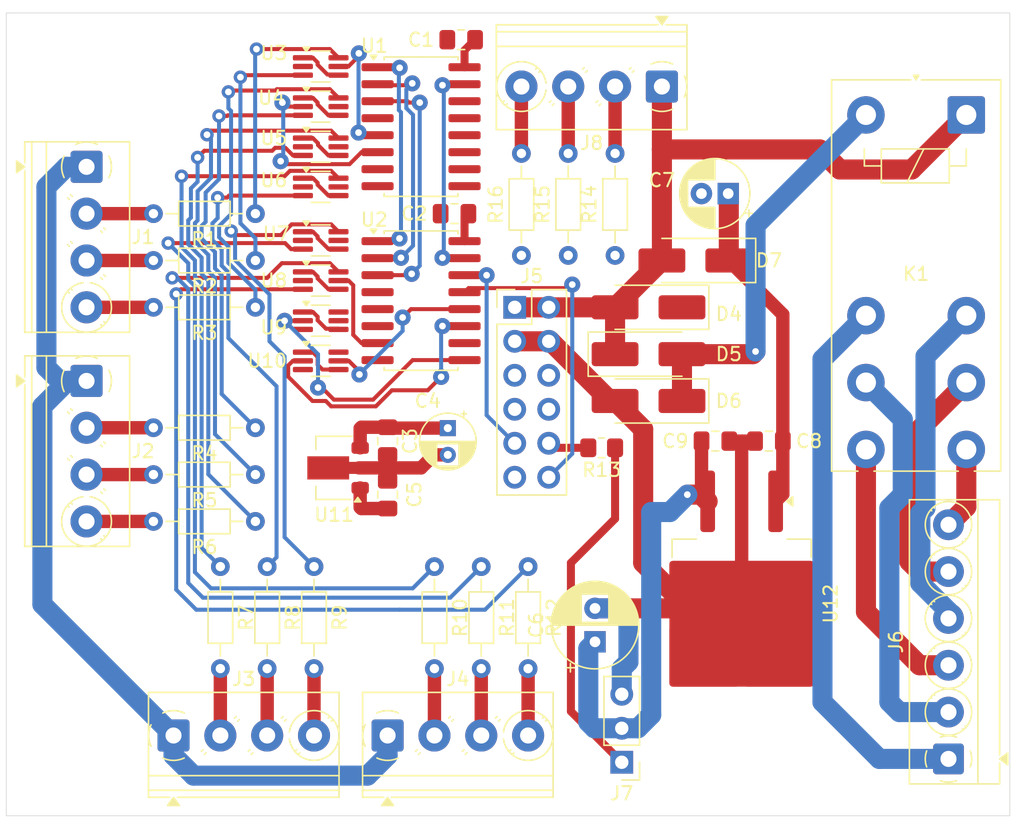
<source format=kicad_pcb>
(kicad_pcb (version 20241229) (generator "pcbnew") (generator_version "9.0")
  (title_block (title "Serial Model Railroad Control") (date "2025-03-24") (rev "n/c") (company "DMFE") (comment 1 "Switch Machine and Signals"))
  (layers (0 "F.Cu" signal) (2 "B.Cu" signal) (13 "F.Paste" user) (15 "B.Paste" user) (5 "F.SilkS" user "F.Silkscreen") (7 "B.SilkS" user "B.Silkscreen") (1 "F.Mask" user) (3 "B.Mask" user) (25 "Edge.Cuts" user))
  (net 0 "")
  (net 1 "GND")
  (net 2 "+5V")
  (net 3 "Net-(D4-K)")
  (net 4 "+6V")
  (net 5 "Net-(D7-K)")
  (net 6 "+12V")
  (net 7 "K1")
  (net 8 "Net-(J1-Pin_2)")
  (net 9 "Net-(J1-Pin_3)")
  (net 10 "Net-(J1-Pin_4)")
  (net 11 "Net-(J2-Pin_2)")
  (net 12 "Net-(J2-Pin_4)")
  (net 13 "Net-(J2-Pin_3)")
  (net 14 "Net-(J3-Pin_4)")
  (net 15 "Net-(J3-Pin_3)")
  (net 16 "Net-(J3-Pin_2)")
  (net 17 "Net-(J4-Pin_2)")
  (net 18 "Net-(J4-Pin_3)")
  (net 19 "Net-(J4-Pin_4)")
  (net 20 "Net-(J5-Pin_9)")
  (net 21 "Servo")
  (net 22 "Net-(J5-Pin_5)")
  (net 23 "Net-(J5-Pin_11)")
  (net 24 "Net-(J5-Pin_8)")
  (net 25 "Net-(J5-Pin_12)")
  (net 26 "Net-(J5-Pin_6)")
  (net 27 "Net-(J5-Pin_7)")
  (net 28 "1C")
  (net 29 "2C")
  (net 30 "1R")
  (net 31 "2N")
  (net 32 "1N")
  (net 33 "2R")
  (net 34 "Net-(J7-Pin_1)")
  (net 35 "Net-(J8-Pin_3)")
  (net 36 "Net-(J8-Pin_4)")
  (net 37 "Net-(J8-Pin_2)")
  (net 38 "Net-(U3-D1)")
  (net 39 "Net-(U3-D2)")
  (net 40 "Net-(U4-D1)")
  (net 41 "Net-(U4-D2)")
  (net 42 "Net-(U5-D1)")
  (net 43 "Net-(U5-D2)")
  (net 44 "Net-(U6-D1)")
  (net 45 "Net-(U6-D2)")
  (net 46 "Net-(U7-D1)")
  (net 47 "Net-(U7-D2)")
  (net 48 "Net-(U8-D1)")
  (net 49 "Net-(U8-D2)")
  (net 50 "Net-(U9-D1)")
  (net 51 "Net-(U9-D2)")
  (net 52 "Net-(U10-D1)")
  (net 53 "Net-(U1-Q1)")
  (net 54 "Net-(U1-Q6)")
  (net 55 "Net-(U1-Q0)")
  (net 56 "Net-(U1-Q7)")
  (net 57 "Net-(U1-Q2)")
  (net 58 "Net-(U1-Q3)")
  (net 59 "Net-(U1-Q5)")
  (net 60 "Net-(U1-Q4)")
  (net 61 "Net-(U2-Q0)")
  (net 62 "Net-(U2-Q5)")
  (net 63 "Net-(U10-G1)")
  (net 64 "Net-(U10-G2)")
  (net 65 "Net-(U2-Q4)")
  (net 66 "Net-(U2-Q3)")
  (net 67 "Net-(U2-Q1)")
  (net 68 "Net-(U2-Q2)")
  (footprint "Connector_PinHeader_2.54mm:PinHeader_2x06_P2.54mm_Vertical" (layer "F.Cu") (at 143 67)
    (property "Reference" "J5")
    (property "Value" "Conn_02x06_Odd_Even")
  )
  (footprint "Connector_PinHeader_2.54mm:PinHeader_1x03_P2.54mm_Vertical" (layer "F.Cu") (at 151 101 180)
    (property "Reference" "J7")
    (property "Value" "Conn_01x03")
  )
  (footprint "Capacitor_SMD:C_0805_2012Metric_Pad1.18x1.45mm_HandSolder" (layer "F.Cu") (at 158 77)
    (property "Reference" "C9")
    (property "Value" ".1uF")
  )
  (footprint "MountingHole:MountingHole_3.2mm_M3" (layer "F.Cu") (at 160 100)
    (property "Reference" "H2" (hide yes))
    (property "Value" "MountingHole")
  )
  (footprint "Resistor_THT:R_Axial_DIN0204_L3.6mm_D1.6mm_P7.62mm_Horizontal" (layer "F.Cu") (at 123.62 67 180)
    (property "Reference" "R3")
    (property "Value" "1K0")
  )
  (footprint "MountingHole:MountingHole_3.2mm_M3" (layer "F.Cu") (at 160 50)
    (property "Reference" "H3" (hide yes))
    (property "Value" "MountingHole")
  )
  (footprint "Resistor_THT:R_Axial_DIN0204_L3.6mm_D1.6mm_P7.62mm_Horizontal" (layer "F.Cu") (at 147 63.12 90)
    (property "Reference" "R15")
    (property "Value" "1K0")
  )
  (footprint "Package_TO_SOT_SMD:TO-263-2" (layer "F.Cu") (at 159.96 89.15 -90)
    (property "Reference" "U12")
    (property "Value" "L7806")
  )
  (footprint "Package_SO:SOIC-16W_5.3x10.2mm_P1.27mm" (layer "F.Cu") (at 136 66.5)
    (property "Reference" "U2")
    (property "Value" "SN74HC259DR")
  )
  (footprint "Resistor_THT:R_Axial_DIN0204_L3.6mm_D1.6mm_P7.62mm_Horizontal" (layer "F.Cu") (at 123.62 79.5 180)
    (property "Reference" "R5")
    (property "Value" "1K0")
  )
  (footprint "Diode_SMD:D_SMA_Handsoldering" (layer "F.Cu") (at 153 70.5)
    (property "Reference" "D5")
    (property "Value" "SMA")
  )
  (footprint "TerminalBlock_Phoenix:TerminalBlock_Phoenix_PT-1,5-4-3.5-H_1x04_P3.50mm_Horizontal" (layer "F.Cu") (at 111 56.5 -90)
    (property "Reference" "J1")
    (property "Value" "Conn_01x04")
  )
  (footprint "Relay_THT:Relay_DPDT_Finder_40.52" (layer "F.Cu") (at 176.75 52.622206 -90)
    (property "Reference" "K1")
    (property "Value" "J114AF")
  )
  (footprint "Resistor_THT:R_Axial_DIN0204_L3.6mm_D1.6mm_P7.62mm_Horizontal" (layer "F.Cu") (at 137 86.38 -90)
    (property "Reference" "R10")
    (property "Value" "1K0")
  )
  (footprint "Capacitor_SMD:C_0805_2012Metric_Pad1.18x1.45mm_HandSolder" (layer "F.Cu") (at 133.5 81 90)
    (property "Reference" "C5")
    (property "Value" "0.1uf")
  )
  (footprint "Package_TO_SOT_SMD:SOT-363_SC-70-6_Handsoldering" (layer "F.Cu") (at 128.5 71)
    (property "Reference" "U10")
    (property "Value" "SSM6N7002CFU")
  )
  (footprint "Diode_SMD:D_SMA_Handsoldering" (layer "F.Cu") (at 153 74 180)
    (property "Reference" "D6")
    (property "Value" "SMA")
  )
  (footprint "Resistor_THT:R_Axial_DIN0204_L3.6mm_D1.6mm_P7.62mm_Horizontal" (layer "F.Cu") (at 143.5 63.12 90)
    (property "Reference" "R16")
    (property "Value" "1K0")
  )
  (footprint "Package_TO_SOT_SMD:SOT-363_SC-70-6_Handsoldering" (layer "F.Cu") (at 128.5 65)
    (property "Reference" "U8")
    (property "Value" "SSM6N7002CFU")
  )
  (footprint "Capacitor_SMD:C_0805_2012Metric_Pad1.18x1.45mm_HandSolder" (layer "F.Cu") (at 162 77 180)
    (property "Reference" "C8")
    (property "Value" ".1uF")
  )
  (footprint "Capacitor_SMD:C_0805_2012Metric_Pad1.18x1.45mm_HandSolder" (layer "F.Cu") (at 138.5 60 180)
    (property "Reference" "C2")
    (property "Value" "0.1uf")
  )
  (footprint "Package_TO_SOT_SMD:SOT-363_SC-70-6_Handsoldering" (layer "F.Cu") (at 128.5 68)
    (property "Reference" "U9")
    (property "Value" "SSM6N7002CFU")
  )
  (footprint "Resistor_THT:R_Axial_DIN0204_L3.6mm_D1.6mm_P7.62mm_Horizontal" (layer "F.Cu") (at 123.62 60 180)
    (property "Reference" "R1")
    (property "Value" "1K0")
  )
  (footprint "Diode_SMD:D_SMA_Handsoldering" (layer "F.Cu") (at 156.5 63.5 180)
    (property "Reference" "D7")
    (property "Value" "SMA")
  )
  (footprint "Package_SO:SOIC-16W_5.3x10.2mm_P1.27mm" (layer "F.Cu") (at 136 53.5)
    (property "Reference" "U1")
    (property "Value" "SN74HC259DR")
  )
  (footprint "Package_TO_SOT_SMD:SOT-89-3" (layer "F.Cu") (at 129.5 79 180)
    (property "Reference" "U11")
    (property "Value" "L78L05_SOT89")
  )
  (footprint "Resistor_THT:R_Axial_DIN0204_L3.6mm_D1.6mm_P7.62mm_Horizontal" (layer "F.Cu") (at 123.62 76 180)
    (property "Reference" "R4")
    (property "Value" "1K0")
  )
  (footprint "Package_TO_SOT_SMD:SOT-363_SC-70-6_Handsoldering" (layer "F.Cu") (at 128.5 58)
    (property "Reference" "U6")
    (property "Value" "SSM6N7002CFU")
  )
  (footprint "MountingHole:MountingHole_3.2mm_M3" (layer "F.Cu") (at 110 50)
    (property "Reference" "H4" (hide yes))
    (property "Value" "MountingHole")
  )
  (footprint "Resistor_SMD:R_0805_2012Metric_Pad1.20x1.40mm_HandSolder" (layer "F.Cu") (at 149.5 77.5 180)
    (property "Reference" "R13")
    (property "Value" "220")
  )
  (footprint "Resistor_THT:R_Axial_DIN0204_L3.6mm_D1.6mm_P7.62mm_Horizontal" (layer "F.Cu") (at 123.62 63.5 180)
    (property "Reference" "R2")
    (property "Value" "1K0")
  )
  (footprint "Diode_SMD:D_SMA_Handsoldering" (layer "F.Cu") (at 153 67 180)
    (property "Reference" "D4")
    (property "Value" "SMA")
  )
  (footprint "TerminalBlock_MetzConnect:TerminalBlock_MetzConnect_Type059_RT06306HBWC_1x06_P3.50mm_Horizontal" (layer "F.Cu") (at 175.4175 100.75 90)
    (property "Reference" "J6")
    (property "Value" "Conn_01x06")
  )
  (footprint "Resistor_THT:R_Axial_DIN0204_L3.6mm_D1.6mm_P7.62mm_Horizontal" (layer "F.Cu") (at 124.5 86.38 -90)
    (property "Reference" "R8")
    (property "Value" "1K0")
  )
  (footprint "Resistor_THT:R_Axial_DIN0204_L3.6mm_D1.6mm_P7.62mm_Horizontal" (layer "F.Cu") (at 144 86.38 -90)
    (property "Reference" "R12")
    (property "Value" "1K0")
  )
  (footprint "Package_TO_SOT_SMD:SOT-363_SC-70-6_Handsoldering" (layer "F.Cu") (at 128.5 52)
    (property "Reference" "U4")
    (property "Value" "SSM6N7002CFU")
  )
  (footprint "Capacitor_SMD:C_0805_2012Metric_Pad1.18x1.45mm_HandSolder" (layer "F.Cu") (at 133.5 77 -90)
    (property "Reference" "C3")
    (property "Value" "0.1uf")
  )
  (footprint "TerminalBlock_Phoenix:TerminalBlock_Phoenix_PT-1,5-4-3.5-H_1x04_P3.50mm_Horizontal" (layer "F.Cu") (at 154 50.5 180)
    (property "Reference" "J8")
    (property "Value" "Conn_01x04")
  )
  (footprint "Resistor_THT:R_Axial_DIN0204_L3.6mm_D1.6mm_P7.62mm_Horizontal" (layer "F.Cu") (at 150.5 63.12 90)
    (property "Reference" "R14")
    (property "Value" "1K0")
  )
  (footprint "Resistor_THT:R_Axial_DIN0204_L3.6mm_D1.6mm_P7.62mm_Horizontal" (layer "F.Cu") (at 128 86.38 -90)
    (property "Reference" "R9")
    (property "Value" "1K0")
  )
  (footprint "Capacitor_THT:CP_Radial_D5.0mm_P2.00mm" (layer "F.Cu") (at 158.955113 58.5 180)
    (property "Reference" "C7")
    (property "Value" "33uF")
  )
  (footprint "Resistor_THT:R_Axial_DIN0204_L3.6mm_D1.6mm_P7.62mm_Horizontal" (layer "F.Cu") (at 123.62 83 180)
    (property "Reference" "R6")
    (property "Value" "1K0")
  )
  (footprint "Capacitor_THT:CP_Radial_D4.0mm_P2.00mm" (layer "F.Cu") (at 138 76.027401 -90)
    (property "Reference" "C4")
    (property "Value" "10uf")
  )
  (footprint "Package_TO_SOT_SMD:SOT-363_SC-70-6_Handsoldering" (layer "F.Cu") (at 128.5 49)
    (property "Reference" "U3")
    (property "Value" "SSM6N7002CFU")
  )
  (footprint "Resistor_THT:R_Axial_DIN0204_L3.6mm_D1.6mm_P7.62mm_Horizontal" (layer "F.Cu") (at 140.5 86.38 -90)
    (property "Reference" "R11")
    (property "Value" "1K0")
  )
  (footprint "Package_TO_SOT_SMD:SOT-363_SC-70-6_Handsoldering" (layer "F.Cu") (at 128.5 55)
    (property "Reference" "U5")
    (property "Value" "SSM6N7002CFU")
  )
  (footprint "TerminalBlock_Phoenix:TerminalBlock_Phoenix_PT-1,5-4-3.5-H_1x04_P3.50mm_Horizontal" (layer "F.Cu") (at 111 72.5 -90)
    (property "Reference" "J2")
    (property "Value" "Conn_01x04")
  )
  (footprint "TerminalBlock_Phoenix:TerminalBlock_Phoenix_PT-1,5-4-3.5-H_1x04_P3.50mm_Horizontal" (layer "F.Cu") (at 133.5 99)
    (property "Reference" "J4")
    (property "Value" "Conn_01x04")
  )
  (footprint "Capacitor_THT:CP_Radial_D6.3mm_P2.50mm" (layer "F.Cu") (at 149 92 90)
    (property "Reference" "C6")
    (property "Value" "220uF")
  )
  (footprint "TerminalBlock_Phoenix:TerminalBlock_Phoenix_PT-1,5-4-3.5-H_1x04_P3.50mm_Horizontal" (layer "F.Cu") (at 117.5 99)
    (property "Reference" "J3")
    (property "Value" "Conn_01x04")
  )
  (footprint "Package_TO_SOT_SMD:SOT-363_SC-70-6_Handsoldering" (layer "F.Cu") (at 128.5 62)
    (property "Reference" "U7")
    (property "Value" "SSM6N7002CFU")
  )
  (footprint "Capacitor_SMD:C_0805_2012Metric_Pad1.18x1.45mm_HandSolder" (layer "F.Cu") (at 139 47 180)
    (property "Reference" "C1")
    (property "Value" "0.1uf")
  )
  (footprint "Resistor_THT:R_Axial_DIN0204_L3.6mm_D1.6mm_P7.62mm_Horizontal" (layer "F.Cu") (at 121 86.38 -90)
    (property "Reference" "R7")
    (property "Value" "1K0")
  )
  (footprint "MountingHole:MountingHole_3.2mm_M3" (layer "F.Cu") (at 110 100)
    (property "Reference" "H1" (hide yes))
    (property "Value" "MountingHole")
  )
  (gr_rect (start 105 45) (end 180 105) (stroke (width 0.05)) (fill no) (layer "Edge.Cuts"))
  (segment (start 154.725 88.225) (end 157.185 88.225) (width 1.5) (layer "F.Cu") (net 1))
  (segment (start 127.919999 67.35) (end 127.17 67.35) (width 0.3) (layer "F.Cu") (net 1))
  (segment (start 129.83 68.63) (end 129.8 68.6) (width 0.3) (layer "F.Cu") (net 1))
  (segment (start 127.910582 54.35) (end 127.17 54.35) (width 0.3) (layer "F.Cu") (net 1))
  (segment (start 138 78.027401) (end 136.972599 78.027401) (width 1) (layer "F.Cu") (net 1))
  (segment (start 128.271 71.289582) (end 128.271 70.710418) (width 0.3) (layer "F.Cu") (net 1))
  (segment (start 127.919999 61.35) (end 127.17 61.35) (width 0.3) (layer "F.Cu") (net 1))
  (segment (start 128.271 48.871) (end 128.271 48.701001) (width 0.3) (layer "F.Cu") (net 1))
  (segment (start 129.83 49.65) (end 129.83 49.63) (width 0.3) (layer "F.Cu") (net 1))
  (segment (start 159.96 77.04) (end 159.96 90.65) (width 1) (layer "F.Cu") (net 1))
  (segment (start 129.83 62.65) (end 129.089418 62.65) (width 0.3) (layer "F.Cu") (net 1))
  (segment (start 127.919999 48.35) (end 127.17 48.35) (width 0.3) (layer "F.Cu") (net 1))
  (segment (start 129.83 49.63) (end 129.8 49.6) (width 0.3) (layer "F.Cu") (net 1))
  (segment (start 128.271 64.840999) (end 128.271 64.701001) (width 0.3) (layer "F.Cu") (net 1))
  (segment (start 128.271 57.701001) (end 127.919999 57.35) (width 0.3) (layer "F.Cu") (net 1))
  (segment (start 152.6 76.1) (end 152.6 86.1) (width 1.5) (layer "F.Cu") (net 1))
  (segment (start 128.271 67.971) (end 128.271 67.701001) (width 0.3) (layer "F.Cu") (net 1))
  (segment (start 149 89.5) (end 158.81 89.5) (width 1.5) (layer "F.Cu") (net 1))
  (segment (start 128.271 48.701001) (end 127.919999 48.35) (width 0.3) (layer "F.Cu") (net 1))
  (segment (start 128.271 51.701001) (end 127.919999 51.35) (width 0.3) (layer "F.Cu") (net 1))
  (segment (start 129.83 68.65) (end 129.83 68.63) (width 0.3) (layer "F.Cu") (net 1))
  (segment (start 128.271 61.701001) (end 127.919999 61.35) (width 0.3) (layer "F.Cu") (net 1))
  (segment (start 159.0375 77) (end 160 77) (width 1) (layer "F.Cu") (net 1))
  (segment (start 136.972599 78.027401) (end 136 79) (width 1) (layer "F.Cu") (net 1))
  (segment (start 133.5 78.0375) (end 133.5 79) (width 1) (layer "F.Cu") (net 1))
  (segment (start 129.8 68.6) (end 128.9 68.6) (width 0.3) (layer "F.Cu") (net 1))
  (segment (start 128.3 54.739418) (end 127.910582 54.35) (width 0.3) (layer "F.Cu") (net 1))
  (segment (start 128.271 67.701001) (end 127.919999 67.35) (width 0.3) (layer "F.Cu") (net 1))
  (segment (start 133.5 79) (end 133.5 79.9625) (width 1) (layer "F.Cu") (net 1))
  (segment (start 129.83 55.65) (end 129.080001 55.65) (width 0.3) (layer "F.Cu") (net 1))
  (segment (start 143 69.54) (end 145.54 69.54) (width 1.5) (layer "F.Cu") (net 1))
  (segment (start 128.271 70.710418) (end 127.910582 70.35) (width 0.3) (layer "F.Cu") (net 1))
  (segment (start 128.271 64.701001) (end 127.919999 64.35) (width 0.3) (layer "F.Cu") (net 1))
  (segment (start 128.271 61.831582) (end 128.271 61.701001) (width 0.3) (layer "F.Cu") (net 1))
  (segment (start 160 77) (end 159.96 77.04) (width 1) (layer "F.Cu") (net 1))
  (segment (start 136 79) (end 133.5 79) (width 1) (layer "F.Cu") (net 1))
  (segment (start 150.5 74) (end 150.144602 74) (width 1.5) (layer "F.Cu") (net 1))
  (segment (start 152.6 86.1) (end 154.725 88.225) (width 1.5) (layer "F.Cu") (net 1))
  (segment (start 128.271 51.840999) (end 128.271 51.701001) (width 0.3) (layer "F.Cu") (net 1))
  (segment (start 150.144602 74) (end 145.684602 69.54) (width 1.5) (layer "F.Cu") (net 1))
  (segment (start 160 77) (end 160.9625 77) (width 1) (layer "F.Cu") (net 1))
  (segment (start 128.9 68.6) (end 128.271 67.971) (width 0.3) (layer "F.Cu") (net 1))
  (segment (start 129 49.6) (end 128.271 48.871) (width 0.3) (layer "F.Cu") (net 1))
  (segment (start 127.919999 57.35) (end 127.17 57.35) (width 0.3) (layer "F.Cu") (net 1))
  (segment (start 129.080001 65.65) (end 128.271 64.840999) (width 0.3) (layer "F.Cu") (net 1))
  (segment (start 127.919999 64.35) (end 127.17 64.35) (width 0.3) (layer "F.Cu") (net 1))
  (segment (start 129.080001 55.65) (end 128.3 54.869999) (width 0.3) (layer "F.Cu") (net 1))
  (segment (start 129.8 49.6) (end 129 49.6) (width 0.3) (layer "F.Cu") (net 1))
  (segment (start 129.83 71.65) (end 128.631418 71.65) (width 0.3) (layer "F.Cu") (net 1))
  (segment (start 158.81 89.5) (end 159.96 90.65) (width 1.5) (layer "F.Cu") (net 1))
  (segment (start 128.271 57.840999) (end 128.271 57.701001) (width 0.3) (layer "F.Cu") (net 1))
  (segment (start 150.5 74) (end 152.6 76.1) (width 1.5) (layer "F.Cu") (net 1))
  (segment (start 129.83 52.65) (end 129.080001 52.65) (width 0.3) (layer "F.Cu") (net 1))
  (segment (start 128.631418 71.65) (end 128.271 71.289582) (width 0.3) (layer "F.Cu") (net 1))
  (segment (start 133.5 79) (end 131.3625 79) (width 1) (layer "F.Cu") (net 1))
  (segment (start 127.910582 70.35) (end 127.17 70.35) (width 0.3) (layer "F.Cu") (net 1))
  (segment (start 129.83 65.65) (end 129.080001 65.65) (width 0.3) (layer "F.Cu") (net 1))
  (segment (start 128.3 54.869999) (end 128.3 54.739418) (width 0.3) (layer "F.Cu") (net 1))
  (segment (start 129.089418 62.65) (end 128.271 61.831582) (width 0.3) (layer "F.Cu") (net 1))
  (segment (start 129.080001 58.65) (end 128.271 57.840999) (width 0.3) (layer "F.Cu") (net 1))
  (segment (start 145.684602 69.54) (end 145.54 69.54) (width 1.5) (layer "F.Cu") (net 1))
  (segment (start 129.080001 52.65) (end 128.271 51.840999) (width 0.3) (layer "F.Cu") (net 1))
  (segment (start 129.83 58.65) (end 129.080001 58.65) (width 0.3) (layer "F.Cu") (net 1))
  (segment (start 127.919999 51.35) (end 127.17 51.35) (width 0.3) (layer "F.Cu") (net 1))
  (segment (start 151 94) (end 151.5 93.5) (width 1.5) (layer "B.Cu") (net 1))
  (segment (start 151 95.92) (end 151 94) (width 1.5) (layer "B.Cu") (net 1))
  (segment (start 150.5 89.5) (end 149 89.5) (width 1.5) (layer "B.Cu") (net 1))
  (segment (start 151.5 93.5) (end 151.5 90.5) (width 1.5) (layer "B.Cu") (net 1))
  (segment (start 151.5 90.5) (end 150.5 89.5) (width 1.5) (layer "B.Cu") (net 1))
  (segment (start 139.25 62.055) (end 139.25 60.2875) (width 0.6) (layer "F.Cu") (net 2))
  (segment (start 131.45 80.5) (end 131.45 81.95) (width 1) (layer "F.Cu") (net 2))
  (segment (start 131.45 81.95) (end 131.5375 82.0375) (width 1) (layer "F.Cu") (net 2))
  (segment (start 139.25 60.2875) (end 139.5375 60) (width 0.6) (layer "F.Cu") (net 2))
  (segment (start 139.25 47.7875) (end 140.0375 47) (width 0.6) (layer "F.Cu") (net 2))
  (segment (start 131.5375 82.0375) (end 133.5 82.0375) (width 1) (layer "F.Cu") (net 2))
  (segment (start 139.25 49.055) (end 139.25 47.7875) (width 0.6) (layer "F.Cu") (net 2))
  (segment (start 131.5375 75.9625) (end 133.5 75.9625) (width 1) (layer "F.Cu") (net 3))
  (segment (start 131.45 77.5) (end 131.45 76.05) (width 1) (layer "F.Cu") (net 3))
  (segment (start 131.45 76.05) (end 131.5375 75.9625) (width 1) (layer "F.Cu") (net 3))
  (segment (start 133.564901 76.027401) (end 133.5 75.9625) (width 1) (layer "F.Cu") (net 3))
  (segment (start 138 76.027401) (end 133.564901 76.027401) (width 1) (layer "F.Cu") (net 3))
  (segment (start 156.9625 77) (end 156.9625 81.0425) (width 1) (layer "F.Cu") (net 4))
  (segment (start 155.9 81) (end 156.92 81) (width 1.5) (layer "F.Cu") (net 4))
  (segment (start 156.9625 81.0425) (end 157.42 81.5) (width 1) (layer "F.Cu") (net 4))
  (segment (start 156.92 81) (end 157.42 81.5) (width 1.5) (layer "F.Cu") (net 4))
  (via (at 155.9 81) (size 1) (drill 0.5) (layers "F.Cu" "B.Cu") (net 4))
  (segment (start 153.2 97.462081) (end 153.2 82.3) (width 1.5) (layer "B.Cu") (net 4))
  (segment (start 148.5 92.5) (end 149 92) (width 1.5) (layer "B.Cu") (net 4))
  (segment (start 153.2 82.3) (end 154.6 82.3) (width 1.5) (layer "B.Cu") (net 4))
  (segment (start 148.5 98) (end 148.5 92.5) (width 1.5) (layer "B.Cu") (net 4))
  (segment (start 151 98.46) (end 148.96 98.46) (width 1.5) (layer "B.Cu") (net 4))
  (segment (start 152.202081 98.46) (end 153.2 97.462081) (width 1.5) (layer "B.Cu") (net 4))
  (segment (start 151 98.46) (end 152.202081 98.46) (width 1.5) (layer "B.Cu") (net 4))
  (segment (start 154.6 82.3) (end 155.9 81) (width 1.5) (layer "B.Cu") (net 4))
  (segment (start 148.96 98.46) (end 148.5 98) (width 1.5) (layer "B.Cu") (net 4))
  (segment (start 163.0375 67.5375) (end 159 63.5) (width 1) (layer "F.Cu") (net 5))
  (segment (start 159 63.5) (end 159 58.544887) (width 1.5) (layer "F.Cu") (net 5))
  (segment (start 163.0375 77) (end 163.0375 67.5375) (width 1) (layer "F.Cu") (net 5))
  (segment (start 163.0375 80.9625) (end 162.5 81.5) (width 1) (layer "F.Cu") (net 5))
  (segment (start 159 58.544887) (end 158.955113 58.5) (width 1.5) (layer "F.Cu") (net 5))
  (segment (start 163.0375 77) (end 163.0375 80.9625) (width 1) (layer "F.Cu") (net 5))
  (segment (start 154 63.5) (end 154 55.2) (width 1.5) (layer "F.Cu") (net 6))
  (segment (start 143 67) (end 145.54 67) (width 1.5) (layer "F.Cu") (net 6))
  (segment (start 150.5 67) (end 145.54 67) (width 1.5) (layer "F.Cu") (net 6))
  (segment (start 165.8 55.2) (end 167.3 56.7) (width 1.5) (layer "F.Cu") (net 6))
  (segment (start 154 55.2) (end 154 50.5) (width 1.5) (layer "F.Cu") (net 6))
  (segment (start 172.672206 56.7) (end 176.75 52.622206) (width 1.5) (layer "F.Cu") (net 6))
  (segment (start 167.3 56.7) (end 172.672206 56.7) (width 1.5) (layer "F.Cu") (net 6))
  (segment (start 150.5 70.5) (end 150.5 67) (width 1.5) (layer "F.Cu") (net 6))
  (segment (start 154 55.2) (end 165.8 55.2) (width 1.5) (layer "F.Cu") (net 6))
  (segment (start 154 63.5) (end 150.5 67) (width 1.5) (layer "F.Cu") (net 6))
  (segment (start 109 72.5) (end 108 71.5) (width 1.5) (layer "B.Cu") (net 6))
  (segment (start 117.5 99) (end 107.7 89.2) (width 1.5) (layer "B.Cu") (net 6))
  (segment (start 119 102) (end 117.5 100.5) (width 1.5) (layer "B.Cu") (net 6))
  (segment (start 109.5 56.5) (end 111 56.5) (width 1.5) (layer "B.Cu") (net 6))
  (segment (start 117.5 100.5) (end 117.5 99) (width 1.5) (layer "B.Cu") (net 6))
  (segment (start 133.5 99) (end 133.5 100.5) (width 1.5) (layer "B.Cu") (net 6))
  (segment (start 107.7 74.4) (end 109.6 72.5) (width 1.5) (layer "B.Cu") (net 6))
  (segment (start 108 58) (end 109.5 56.5) (width 1.5) (layer "B.Cu") (net 6))
  (segment (start 133.5 100.5) (end 132 102) (width 1.5) (layer "B.Cu") (net 6))
  (segment (start 111 72.5) (end 109 72.5) (width 1.5) (layer "B.Cu") (net 6))
  (segment (start 109.6 72.5) (end 111 72.5) (width 1.5) (layer "B.Cu") (net 6))
  (segment (start 132 102) (end 119 102) (width 1.5) (layer "B.Cu") (net 6))
  (segment (start 107.7 89.2) (end 107.7 74.4) (width 1.5) (layer "B.Cu") (net 6))
  (segment (start 108 71.5) (end 108 58) (width 1.5) (layer "B.Cu") (net 6))
  (segment (start 155.5 70.5) (end 160.8 70.5) (width 1.5) (layer "F.Cu") (net 7))
  (segment (start 160.8 70.5) (end 161 70.3) (width 1.5) (layer "F.Cu") (net 7))
  (segment (start 155.5 70.5) (end 155.5 74) (width 1.5) (layer "F.Cu") (net 7))
  (via (at 161 70.3) (size 1.2) (drill 0.5) (layers "F.Cu" "B.Cu") (net 7))
  (segment (start 161 70.3) (end 161 60.872206) (width 1.5) (layer "B.Cu") (net 7))
  (segment (start 161 60.872206) (end 169.25 52.622206) (width 1.5) (layer "B.Cu") (net 7))
  (segment (start 116 60) (end 111 60) (width 1) (layer "F.Cu") (net 8))
  (segment (start 116 63.5) (end 111 63.5) (width 1) (layer "F.Cu") (net 9))
  (segment (start 116 67) (end 111 67) (width 1) (layer "F.Cu") (net 10))
  (segment (start 116 76) (end 111 76) (width 1) (layer "F.Cu") (net 11))
  (segment (start 116 83) (end 111 83) (width 1) (layer "F.Cu") (net 12))
  (segment (start 116 79.5) (end 111 79.5) (width 1) (layer "F.Cu") (net 13))
  (segment (start 128 94) (end 128 99) (width 1) (layer "F.Cu") (net 14))
  (segment (start 124.5 94) (end 124.5 99) (width 1) (layer "F.Cu") (net 15))
  (segment (start 121 94) (end 121 99) (width 1) (layer "F.Cu") (net 16))
  (segment (start 137 94) (end 137 99) (width 1) (layer "F.Cu") (net 17))
  (segment (start 140.5 94) (end 140.5 99) (width 1) (layer "F.Cu") (net 18))
  (segment (start 144 94) (end 144 99) (width 1) (layer "F.Cu") (net 19))
  (segment (start 140.895 64.595) (end 140.9 64.6) (width 0.3) (layer "F.Cu") (net 20))
  (segment (start 139.25 64.595) (end 140.895 64.595) (width 0.3) (layer "F.Cu") (net 20))
  (via (at 140.9 64.6) (size 1.2) (drill 0.5) (layers "F.Cu" "B.Cu") (net 20))
  (segment (start 140.9 64.6) (end 140.9 75.06) (width 0.3) (layer "B.Cu") (net 20))
  (segment (start 140.9 75.06) (end 143 77.16) (width 0.3) (layer "B.Cu") (net 20))
  (segment (start 148.5 77.5) (end 145.88 77.5) (width 0.6) (layer "F.Cu") (net 21))
  (segment (start 145.88 77.5) (end 145.54 77.16) (width 0.6) (layer "F.Cu") (net 21))
  (segment (start 132.75 62.055) (end 134.188059 62.055) (width 0.3) (layer "F.Cu") (net 22))
  (segment (start 132.795 49.1) (end 132.75 49.055) (width 0.3) (layer "F.Cu") (net 22))
  (segment (start 134.4 49.1) (end 132.795 49.1) (width 0.3) (layer "F.Cu") (net 22))
  (segment (start 134.188059 62.055) (end 134.38879 61.854269) (width 0.3) (layer "F.Cu") (net 22))
  (via (at 134.4 49.1) (size 1.2) (drill 0.5) (layers "F.Cu" "B.Cu") (net 22))
  (via (at 134.38879 61.854269) (size 1.2) (drill 0.5) (layers "F.Cu" "B.Cu") (net 22))
  (segment (start 134.342307 52.263627) (end 134.5 52.42132) (width 0.3) (layer "B.Cu") (net 22))
  (segment (start 134.5 61.743059) (end 134.38879 61.854269) (width 0.3) (layer "B.Cu") (net 22))
  (segment (start 134.5 52.42132) (end 134.5 61.743059) (width 0.3) (layer "B.Cu") (net 22))
  (segment (start 134.4 49.1) (end 134.342307 49.157693) (width 0.3) (layer "B.Cu") (net 22))
  (segment (start 134.342307 49.157693) (end 134.342307 52.263627) (width 0.3) (layer "B.Cu") (net 22))
  (segment (start 137.625 63.325) (end 137.6 63.3) (width 0.3) (layer "F.Cu") (net 23))
  (segment (start 137.6 50.4) (end 139.175 50.4) (width 0.3) (layer "F.Cu") (net 23))
  (segment (start 139.175 50.4) (end 139.25 50.325) (width 0.3) (layer "F.Cu") (net 23))
  (segment (start 139.25 63.325) (end 137.625 63.325) (width 0.3) (layer "F.Cu") (net 23))
  (via (at 137.6 63.3) (size 1.2) (drill 0.5) (layers "F.Cu" "B.Cu") (net 23))
  (via (at 137.6 50.4) (size 1.2) (drill 0.5) (layers "F.Cu" "B.Cu") (net 23))
  (segment (start 137.7 63.2) (end 137.7 50.5) (width 0.3) (layer "B.Cu") (net 23))
  (segment (start 137.6 63.3) (end 137.7 63.2) (width 0.3) (layer "B.Cu") (net 23))
  (segment (start 137.7 50.5) (end 137.6 50.4) (width 0.3) (layer "B.Cu") (net 23))
  (segment (start 139.25 65.865) (end 139.55 65.565) (width 0.3) (layer "F.Cu") (net 25))
  (segment (start 139.55 65.565) (end 147.035 65.565) (width 0.3) (layer "F.Cu") (net 25))
  (segment (start 147.035 65.565) (end 147.3 65.3) (width 0.3) (layer "F.Cu") (net 25))
  (via (at 147.3 65.3) (size 1.2) (drill 0.5) (layers "F.Cu" "B.Cu") (net 25))
  (segment (start 147.3 65.3) (end 147.3 77.94) (width 0.3) (layer "B.Cu") (net 25))
  (segment (start 147.3 77.94) (end 145.54 79.7) (width 0.3) (layer "B.Cu") (net 25))
  (segment (start 132.75 50.325) (end 132.825 50.4) (width 0.3) (layer "F.Cu") (net 26))
  (segment (start 135.203843 50.4) (end 135.342307 50.261536) (width 0.3) (layer "F.Cu") (net 26))
  (segment (start 132.825 50.4) (end 135.203843 50.4) (width 0.3) (layer "F.Cu") (net 26))
  (segment (start 132.75 63.325) (end 134.475 63.325) (width 0.3) (layer "F.Cu") (net 26))
  (segment (start 134.475 63.325) (end 134.5 63.3) (width 0.3) (layer "F.Cu") (net 26))
  (via (at 135.342307 50.261536) (size 1.2) (drill 0.5) (layers "F.Cu" "B.Cu") (net 26))
  (via (at 134.5 63.3) (size 1.2) (drill 0.5) (layers "F.Cu" "B.Cu") (net 26))
  (segment (start 134.9 52.114214) (end 134.9 50.703843) (width 0.3) (layer "B.Cu") (net 26))
  (segment (start 135.4 62.4) (end 135.4 52.614214) (width 0.3) (layer "B.Cu") (net 26))
  (segment (start 135.4 52.614214) (end 134.9 52.114214) (width 0.3) (layer "B.Cu") (net 26))
  (segment (start 134.5 63.3) (end 135.4 62.4) (width 0.3) (layer "B.Cu") (net 26))
  (segment (start 134.9 50.703843) (end 135.342307 50.261536) (width 0.3) (layer "B.Cu") (net 26))
  (segment (start 135.1 51.7) (end 134.995 51.595) (width 0.3) (layer "F.Cu") (net 27))
  (segment (start 135.205 64.595) (end 135.3 64.5) (width 0.3) (layer "F.Cu") (net 27))
  (segment (start 134.995 51.595) (end 132.75 51.595) (width 0.3) (layer "F.Cu") (net 27))
  (segment (start 135.9 51.7) (end 135.1 51.7) (width 0.3) (layer "F.Cu") (net 27))
  (segment (start 132.75 64.595) (end 135.205 64.595) (width 0.3) (layer "F.Cu") (net 27))
  (via (at 135.3 64.5) (size 1.2) (drill 0.5) (layers "F.Cu" "B.Cu") (net 27))
  (via (at 135.9 51.7) (size 1.2) (drill 0.5) (layers "F.Cu" "B.Cu") (net 27))
  (segment (start 135.3 64.5) (end 135.9 63.9) (width 0.3) (layer "B.Cu") (net 27))
  (segment (start 135.9 63.9) (end 135.9 51.7) (width 0.3) (layer "B.Cu") (net 27))
  (segment (start 171 82) (end 171 96.5) (width 1.5) (layer "B.Cu") (net 28))
  (segment (start 171.75 97.25) (end 175.4175 97.25) (width 1.5) (layer "B.Cu") (net 28))
  (segment (start 169.25 72.622206) (end 172 75.372206) (width 1.5) (layer "B.Cu") (net 28))
  (segment (start 172 81) (end 171 82) (width 1.5) (layer "B.Cu") (net 28))
  (segment (start 172 75.372206) (end 172 81) (width 1.5) (layer "B.Cu") (net 28))
  (segment (start 171 96.5) (end 171.75 97.25) (width 1.5) (layer "B.Cu") (net 28))
  (segment (start 175.4175 86.75) (end 173.25 86.75) (width 1.5) (layer "F.Cu") (net 29))
  (segment (start 172.5 76.872206) (end 176.75 72.622206) (width 1.5) (layer "F.Cu") (net 29))
  (segment (start 173.25 86.75) (end 172.5 86) (width 1.5) (layer "F.Cu") (net 29))
  (segment (start 172.5 86) (end 172.5 76.872206) (width 1.5) (layer "F.Cu") (net 29))
  (segment (start 169.25 89.75) (end 173.25 93.75) (width 1.5) (layer "F.Cu") (net 30))
  (segment (start 169.25 77.622206) (end 169.25 89.75) (width 1.5) (layer "F.Cu") (net 30))
  (segment (start 173.25 93.75) (end 175.4175 93.75) (width 1.5) (layer "F.Cu") (net 30))
  (segment (start 175.4175 89.721263) (end 173.3165 87.620263) (width 1.5) (layer "B.Cu") (net 31))
  (segment (start 173.7 81.996237) (end 173.7 70.672206) (width 1.5) (layer "B.Cu") (net 31))
  (segment (start 173.3165 82.379737) (end 173.7 81.996237) (width 1.5) (layer "B.Cu") (net 31))
  (segment (start 173.3165 87.620263) (end 173.3165 82.379737) (width 1.5) (layer "B.Cu") (net 31))
  (segment (start 173.7 70.672206) (end 176.75 67.622206) (width 1.5) (layer "B.Cu") (net 31))
  (segment (start 175.4175 90.25) (end 175.4175 89.721263) (width 1.5) (layer "B.Cu") (net 31))
  (segment (start 166 70.872206) (end 166 96.5) (width 1.5) (layer "B.Cu") (net 32))
  (segment (start 170.25 100.75) (end 175.4175 100.75) (width 1.5) (layer "B.Cu") (net 32))
  (segment (start 166 96.5) (end 170.25 100.75) (width 1.5) (layer "B.Cu") (net 32))
  (segment (start 169.25 67.622206) (end 166 70.872206) (width 1.5) (layer "B.Cu") (net 32))
  (segment (start 176.75 81.9175) (end 175.4175 83.25) (width 1.5) (layer "F.Cu") (net 33))
  (segment (start 176.75 77.622206) (end 176.75 81.9175) (width 1.5) (layer "F.Cu") (net 33))
  (segment (start 150.5 82.8) (end 147.2 86.1) (width 0.6) (layer "F.Cu") (net 34))
  (segment (start 147.2 86.1) (end 147.2 97.2) (width 0.6) (layer "F.Cu") (net 34))
  (segment (start 150.5 77.5) (end 150.5 82.8) (width 0.6) (layer "F.Cu") (net 34))
  (segment (start 147.2 97.2) (end 151 101) (width 0.6) (layer "F.Cu") (net 34))
  (segment (start 147 55.5) (end 147 50.5) (width 1) (layer "F.Cu") (net 35))
  (segment (start 143.5 55.5) (end 143.5 50.5) (width 1) (layer "F.Cu") (net 36))
  (segment (start 150.5 55.5) (end 150.5 50.5) (width 1) (layer "F.Cu") (net 37))
  (segment (start 123.7 47.7) (end 129.18 47.7) (width 0.3) (layer "F.Cu") (net 38))
  (segment (start 129.18 47.7) (end 129.83 48.35) (width 0.3) (layer "F.Cu") (net 38))
  (via (at 123.7 47.7) (size 1) (drill 0.5) (layers "F.Cu" "B.Cu") (net 38))
  (segment (start 123.62 60) (end 123.6 60) (width 0.3) (layer "B.Cu") (net 38))
  (segment (start 123.6 60) (end 123.6 47.8) (width 0.3) (layer "B.Cu") (net 38))
  (segment (start 123.6 47.8) (end 123.7 47.7) (width 0.3) (layer "B.Cu") (net 38))
  (segment (start 122.65 49.65) (end 122.5 49.8) (width 0.3) (layer "F.Cu") (net 39))
  (segment (start 127.17 49.65) (end 122.65 49.65) (width 0.3) (layer "F.Cu") (net 39))
  (via (at 122.5 49.8) (size 1) (drill 0.5) (layers "F.Cu" "B.Cu") (net 39))
  (segment (start 123.62 63.5) (end 123.62 61.839492) (width 0.3) (layer "B.Cu") (net 39))
  (segment (start 122.5 60.719492) (end 122.5 49.8) (width 0.3) (layer "B.Cu") (net 39))
  (segment (start 123.62 61.839492) (end 122.5 60.719492) (width 0.3) (layer "B.Cu") (net 39))
  (segment (start 129.18 50.7) (end 129.83 51.35) (width 0.3) (layer "F.Cu") (net 40))
  (segment (start 125.123091 50.799) (end 125.222091 50.7) (width 0.3) (layer "F.Cu") (net 40))
  (segment (start 121.6 50.9) (end 121.701 50.799) (width 0.3) (layer "F.Cu") (net 40))
  (segment (start 125.222091 50.7) (end 129.18 50.7) (width 0.3) (layer "F.Cu") (net 40))
  (segment (start 121.701 50.799) (end 125.123091 50.799) (width 0.3) (layer "F.Cu") (net 40))
  (via (at 121.6 50.9) (size 1) (drill 0.5) (layers "F.Cu" "B.Cu") (net 40))
  (segment (start 121.6 52.127207) (end 121.6 50.9) (width 0.3) (layer "B.Cu") (net 40))
  (segment (start 121.8 60.034922) (end 121.8 52.327207) (width 0.3) (layer "B.Cu") (net 40))
  (segment (start 120.907715 60.927207) (end 121.8 60.034922) (width 0.3) (layer "B.Cu") (net 40))
  (segment (start 123.62 67) (end 123.62 65.697465) (width 0.3) (layer "B.Cu") (net 40))
  (segment (start 121.8 52.327207) (end 121.6 52.127207) (width 0.3) (layer "B.Cu") (net 40))
  (segment (start 121.6 63.677465) (end 121.6 62.45736) (width 0.3) (layer "B.Cu") (net 40))
  (segment (start 123.62 65.697465) (end 121.6 63.677465) (width 0.3) (layer "B.Cu") (net 40))
  (segment (start 121.6 62.45736) (end 120.907715 61.765076) (width 0.3) (layer "B.Cu") (net 40))
  (segment (start 120.907715 61.765076) (end 120.907715 60.927207) (width 0.3) (layer "B.Cu") (net 40))
  (segment (start 120.9 52.7) (end 121.5 52.7) (width 0.3) (layer "F.Cu") (net 41))
  (segment (start 121.55 52.65) (end 127.17 52.65) (width 0.3) (layer "F.Cu") (net 41))
  (segment (start 121.5 52.7) (end 121.55 52.65) (width 0.3) (layer "F.Cu") (net 41))
  (via (at 120.9 52.7) (size 1) (drill 0.5) (layers "F.Cu" "B.Cu") (net 41))
  (segment (start 119.9 58.427207) (end 120.9 57.427207) (width 0.3) (layer "B.Cu") (net 41))
  (segment (start 119.6 60.912994) (end 119.9 60.612994) (width 0.3) (layer "B.Cu") (net 41))
  (segment (start 121.1 73.48) (end 121.1 64.591677) (width 0.3) (layer "B.Cu") (net 41))
  (segment (start 123.62 76) (end 121.1 73.48) (width 0.3) (layer "B.Cu") (net 41))
  (segment (start 119.9 60.612994) (end 119.9 58.427207) (width 0.3) (layer "B.Cu") (net 41))
  (segment (start 119.6 61.871576) (end 119.6 60.912994) (width 0.3) (layer "B.Cu") (net 41))
  (segment (start 120.9 57.427207) (end 120.9 52.7) (width 0.3) (layer "B.Cu") (net 41))
  (segment (start 121.1 64.591677) (end 120.6 64.091677) (width 0.3) (layer "B.Cu") (net 41))
  (segment (start 120.6 64.091677) (end 120.6 62.871574) (width 0.3) (layer "B.Cu") (net 41))
  (segment (start 120.6 62.871574) (end 119.6 61.871576) (width 0.3) (layer "B.Cu") (net 41))
  (segment (start 120.301 53.799) (end 129.279 53.799) (width 0.3) (layer "F.Cu") (net 42))
  (segment (start 120 54.1) (end 120.301 53.799) (width 0.3) (layer "F.Cu") (net 42))
  (segment (start 129.279 53.799) (end 129.83 54.35) (width 0.3) (layer "F.Cu") (net 42))
  (via (at 120 54.1) (size 1) (drill 0.5) (layers "F.Cu" "B.Cu") (net 42))
  (segment (start 120.3 57.320101) (end 120.3 54.4) (width 0.3) (layer "B.Cu") (net 42))
  (segment (start 120.1 64.298783) (end 120.1 63.078682) (width 0.3) (layer "B.Cu") (net 42))
  (segment (start 123.62 79.5) (end 120.6 76.48) (width 0.3) (layer "B.Cu") (net 42))
  (segment (start 119.3 58.320101) (end 120.3 57.320101) (width 0.3) (layer "B.Cu") (net 42))
  (segment (start 120.6 64.798783) (end 120.1 64.298783) (width 0.3) (layer "B.Cu") (net 42))
  (segment (start 120.1 63.078682) (end 119.1 62.078682) (width 0.3) (layer "B.Cu") (net 42))
  (segment (start 119.1 60.705888) (end 119.299999 60.505889) (width 0.3) (layer "B.Cu") (net 42))
  (segment (start 120.6 76.48) (end 120.6 64.798783) (width 0.3) (layer "B.Cu") (net 42))
  (segment (start 119.299999 60.505889) (end 119.3 58.320101) (width 0.3) (layer "B.Cu") (net 42))
  (segment (start 119.1 62.078682) (end 119.1 60.705888) (width 0.3) (layer "B.Cu") (net 42))
  (segment (start 120.3 54.4) (end 120 54.1) (width 0.3) (layer "B.Cu") (net 42))
  (segment (start 126.429418 55.65) (end 127.17 55.65) (width 0.3) (layer "F.Cu") (net 43))
  (segment (start 119.8 55.3) (end 124.871857 55.3) (width 0.3) (layer "F.Cu") (net 43))
  (segment (start 119.3 55.8) (end 119.8 55.3) (width 0.3) (layer "F.Cu") (net 43))
  (segment (start 125.093053 55.078804) (end 125.858222 55.078804) (width 0.3) (layer "F.Cu") (net 43))
  (segment (start 124.871857 55.3) (end 125.093053 55.078804) (width 0.3) (layer "F.Cu") (net 43))
  (segment (start 125.858222 55.078804) (end 126.429418 55.65) (width 0.3) (layer "F.Cu") (net 43))
  (via (at 119.3 55.8) (size 1) (drill 0.5) (layers "F.Cu" "B.Cu") (net 43))
  (segment (start 118.6 60.498781) (end 118.799999 60.298782) (width 0.3) (layer "B.Cu") (net 43))
  (segment (start 119.6 63.285788) (end 118.6 62.285788) (width 0.3) (layer "B.Cu") (net 43))
  (segment (start 120.1 65.005889) (end 119.6 64.505889) (width 0.3) (layer "B.Cu") (net 43))
  (segment (start 119.3 57.612995) (end 119.3 55.8) (width 0.3) (layer "B.Cu") (net 43))
  (segment (start 118.8 58.112995) (end 119.3 57.612995) (width 0.3) (layer "B.Cu") (net 43))
  (segment (start 119.6 64.505889) (end 119.6 63.285788) (width 0.3) (layer "B.Cu") (net 43))
  (segment (start 120.1 79.48) (end 120.1 65.005889) (width 0.3) (layer "B.Cu") (net 43))
  (segment (start 123.62 83) (end 120.1 79.48) (width 0.3) (layer "B.Cu") (net 43))
  (segment (start 118.799999 60.298782) (end 118.8 58.112995) (width 0.3) (layer "B.Cu") (net 43))
  (segment (start 118.6 62.285788) (end 118.6 60.498781) (width 0.3) (layer "B.Cu") (net 43))
  (segment (start 126.2 56.8) (end 129.28 56.8) (width 0.3) (layer "F.Cu") (net 44))
  (segment (start 118.1 57.2) (end 125.8 57.2) (width 0.3) (layer "F.Cu") (net 44))
  (segment (start 125.8 57.2) (end 126.2 56.8) (width 0.3) (layer "F.Cu") (net 44))
  (segment (start 129.28 56.8) (end 129.83 57.35) (width 0.3) (layer "F.Cu") (net 44))
  (via (at 118.1 57.2) (size 1) (drill 0.5) (layers "F.Cu" "B.Cu") (net 44))
  (segment (start 118.1 62.492894) (end 118.1 57.2) (width 0.3) (layer "B.Cu") (net 44))
  (segment (start 121 86.38) (end 119.6 84.98) (width 0.3) (layer "B.Cu") (net 44))
  (segment (start 119.6 65.212995) (end 119.1 64.712995) (width 0.3) (layer "B.Cu") (net 44))
  (segment (start 119.1 63.492894) (end 118.1 62.492894) (width 0.3) (layer "B.Cu") (net 44))
  (segment (start 119.1 64.712995) (end 119.1 63.492894) (width 0.3) (layer "B.Cu") (net 44))
  (segment (start 119.6 84.98) (end 119.6 65.212995) (width 0.3) (layer "B.Cu") (net 44))
  (segment (start 120.8 58.8) (end 121.5 58.8) (width 0.3) (layer "F.Cu") (net 45))
  (segment (start 121.65 58.65) (end 127.17 58.65) (width 0.3) (layer "F.Cu") (net 45))
  (segment (start 121.5 58.8) (end 121.65 58.65) (width 0.3) (layer "F.Cu") (net 45))
  (via (at 120.8 58.8) (size 1) (drill 0.5) (layers "F.Cu" "B.Cu") (net 45))
  (segment (start 121.1 63.884571) (end 121.1 62.664467) (width 0.3) (layer "B.Cu") (net 45))
  (segment (start 125.2 85.68) (end 125.2 72.9) (width 0.3) (layer "B.Cu") (net 45))
  (segment (start 120.407715 61.972183) (end 120.407715 60.720101) (width 0.3) (layer "B.Cu") (net 45))
  (segment (start 121.6 69.3) (end 121.6 64.384571) (width 0.3) (layer "B.Cu") (net 45))
  (segment (start 121.1 62.664467) (end 120.407715 61.972183) (width 0.3) (layer "B.Cu") (net 45))
  (segment (start 124.5 86.38) (end 125.2 85.68) (width 0.3) (layer "B.Cu") (net 45))
  (segment (start 120.407715 60.720101) (end 120.8 60.327816) (width 0.3) (layer "B.Cu") (net 45))
  (segment (start 125.2 72.9) (end 121.6 69.3) (width 0.3) (layer "B.Cu") (net 45))
  (segment (start 121.6 64.384571) (end 121.1 63.884571) (width 0.3) (layer "B.Cu") (net 45))
  (segment (start 120.8 60.327816) (end 120.8 58.8) (width 0.3) (layer "B.Cu") (net 45))
  (segment (start 122.107715 61.6) (end 121.807715 61.3) (width 0.3) (layer "F.Cu") (net 46))
  (segment (start 125.529418 61.6) (end 122.107715 61.6) (width 0.3) (layer "F.Cu") (net 46))
  (segment (start 126.330418 60.799) (end 125.529418 61.6) (width 0.3) (layer "F.Cu") (net 46))
  (segment (start 129.83 61.35) (end 129.279 60.799) (width 0.3) (layer "F.Cu") (net 46))
  (segment (start 129.279 60.799) (end 126.330418 60.799) (width 0.3) (layer "F.Cu") (net 46))
  (via (at 121.807715 61.3) (size 1) (drill 0.5) (layers "F.Cu" "B.Cu") (net 46))
  (segment (start 122.1 63.466339) (end 122.1 61.68457) (width 0.3) (layer "B.Cu") (net 46))
  (segment (start 124.671 66.037339) (end 122.1 63.466339) (width 0.3) (layer "B.Cu") (net 46))
  (segment (start 124.671 69.537339) (end 124.671 66.037339) (width 0.3) (layer "B.Cu") (net 46))
  (segment (start 122.1 61.68457) (end 121.807715 61.392285) (width 0.3) (layer "B.Cu") (net 46))
  (segment (start 128 86.38) (end 125.8 84.18) (width 0.3) (layer "B.Cu") (net 46))
  (segment (start 121.807715 61.392285) (end 121.807715 61.3) (width 0.3) (layer "B.Cu") (net 46))
  (segment (start 125.8 70.666339) (end 124.671 69.537339) (width 0.3) (layer "B.Cu") (net 46))
  (segment (start 125.8 84.18) (end 125.8 70.666339) (width 0.3) (layer "B.Cu") (net 46))
  (segment (start 126.285938 62.65) (end 127.17 62.65) (width 0.3) (layer "F.Cu") (net 47))
  (segment (start 125.835938 62.2) (end 126.285938 62.65) (width 0.3) (layer "F.Cu") (net 47))
  (segment (start 117.1 62.2) (end 125.835938 62.2) (width 0.3) (layer "F.Cu") (net 47))
  (via (at 117.1 62.2) (size 1) (drill 0.5) (layers "F.Cu" "B.Cu") (net 47))
  (segment (start 119.1 86.8) (end 119.1 65.420101) (width 0.3) (layer "B.Cu") (net 47))
  (segment (start 137 86.38) (end 135.38 88) (width 0.3) (layer "B.Cu") (net 47))
  (segment (start 135.38 88) (end 120.3 88) (width 0.3) (layer "B.Cu") (net 47))
  (segment (start 118.6 63.7) (end 117.1 62.2) (width 0.3) (layer "B.Cu") (net 47))
  (segment (start 118.6 64.920101) (end 118.6 63.7) (width 0.3) (layer "B.Cu") (net 47))
  (segment (start 120.3 88) (end 119.1 86.8) (width 0.3) (layer "B.Cu") (net 47))
  (segment (start 119.1 65.420101) (end 118.6 64.920101) (width 0.3) (layer "B.Cu") (net 47))
  (segment (start 117.4 64.8) (end 124.5 64.8) (width 0.3) (layer "F.Cu") (net 48))
  (segment (start 129.18 63.7) (end 129.83 64.35) (width 0.3) (layer "F.Cu") (net 48))
  (segment (start 125.6 63.7) (end 129.18 63.7) (width 0.3) (layer "F.Cu") (net 48))
  (segment (start 124.5 64.8) (end 125.6 63.7) (width 0.3) (layer "F.Cu") (net 48))
  (via (at 117.4 64.8) (size 1) (drill 0.5) (layers "F.Cu" "B.Cu") (net 48))
  (segment (start 140.5 86.38) (end 138.18 88.7) (width 0.3) (layer "B.Cu") (net 48))
  (segment (start 118.6 65.627207) (end 117.772793 64.8) (width 0.3) (layer "B.Cu") (net 48))
  (segment (start 118.6 87.6) (end 118.6 65.627207) (width 0.3) (layer "B.Cu") (net 48))
  (segment (start 117.772793 64.8) (end 117.4 64.8) (width 0.3) (layer "B.Cu") (net 48))
  (segment (start 138.18 88.7) (end 119.7 88.7) (width 0.3) (layer "B.Cu") (net 48))
  (segment (start 119.7 88.7) (end 118.6 87.6) (width 0.3) (layer "B.Cu") (net 48))
  (segment (start 117.7 66) (end 118.05 65.65) (width 0.3) (layer "F.Cu") (net 49))
  (segment (start 118.05 65.65) (end 127.17 65.65) (width 0.3) (layer "F.Cu") (net 49))
  (via (at 117.7 66) (size 1) (drill 0.5) (layers "F.Cu" "B.Cu") (net 49))
  (segment (start 118.1 88.5) (end 117.7 88.1) (width 0.3) (layer "B.Cu") (net 49))
  (segment (start 140.78 89.6) (end 134.4 89.6) (width 0.3) (layer "B.Cu") (net 49))
  (segment (start 117.7 88.1) (end 117.7 66) (width 0.3) (layer "B.Cu") (net 49))
  (segment (start 134.4 89.6) (end 119.2 89.6) (width 0.3) (layer "B.Cu") (net 49))
  (segment (start 119.2 89.6) (end 118.1 88.5) (width 0.3) (layer "B.Cu") (net 49))
  (segment (start 144 86.38) (end 140.78 89.6) (width 0.3) (layer "B.Cu") (net 49))
  (segment (start 131.350679 48.018426) (end 131.350679 48.219903) (width 0.3) (layer "F.Cu") (net 53))
  (segment (start 132.75 54.135) (end 131.521204 54.135) (width 0.3) (layer "F.Cu") (net 53))
  (segment (start 131.350679 48.219903) (end 130.570582 49) (width 0.3) (layer "F.Cu") (net 53))
  (segment (start 130.570582 49) (end 129.83 49) (width 0.3) (layer "F.Cu") (net 53))
  (segment (start 131.521204 54.135) (end 131.327299 53.941095) (width 0.3) (layer "F.Cu") (net 53))
  (via (at 131.327299 53.941095) (size 1.2) (drill 0.5) (layers "F.Cu" "B.Cu") (net 53))
  (via (at 131.350679 48.018426) (size 1.2) (drill 0.5) (layers "F.Cu" "B.Cu") (net 53))
  (segment (start 131.327299 53.941095) (end 131.327299 48.041806) (width 0.3) (layer "B.Cu") (net 53))
  (segment (start 131.327299 48.041806) (end 131.350679 48.018426) (width 0.3) (layer "B.Cu") (net 53))
  (segment (start 130.655001 56.3) (end 125.728463 56.3) (width 0.3) (layer "F.Cu") (net 57))
  (segment (start 132.75 55.405) (end 131.550001 55.405) (width 0.3) (layer "F.Cu") (net 57))
  (segment (start 127.17 52) (end 125.936305 52) (width 0.3) (layer "F.Cu") (net 57))
  (segment (start 131.550001 55.405) (end 130.655001 56.3) (width 0.3) (layer "F.Cu") (net 57))
  (segment (start 125.728463 56.3) (end 125.507267 56.078804) (width 0.3) (layer "F.Cu") (net 57))
  (segment (start 125.936305 52) (end 125.636305 51.7) (width 0.3) (layer "F.Cu") (net 57))
  (via (at 125.507267 56.078804) (size 1.2) (drill 0.5) (layers "F.Cu" "B.Cu") (net 57))
  (via (at 125.636305 51.7) (size 1.2) (drill 0.5) (layers "F.Cu" "B.Cu") (net 57))
  (segment (start 125.6635 51.818787) (end 125.6635 51.914256) (width 0.3) (layer "B.Cu") (net 57))
  (segment (start 125.7 52.1) (end 125.7 55.99144) (width 0.3) (layer "B.Cu") (net 57))
  (segment (start 125.612636 56.078804) (end 125.507267 56.078804) (width 0.3) (layer "B.Cu") (net 57))
  (segment (start 125.650792 51.926964) (end 125.650792 52.050792) (width 0.3) (layer "B.Cu") (net 57))
  (segment (start 125.650792 52.050792) (end 125.7 52.1) (width 0.3) (layer "B.Cu") (net 57))
  (segment (start 125.648684 51.712379) (end 125.648684 51.803971) (width 0.3) (layer "B.Cu") (net 57))
  (segment (start 125.7 55.99144) (end 125.612636 56.078804) (width 0.3) (layer "B.Cu") (net 57))
  (segment (start 125.6635 51.914256) (end 125.650792 51.926964) (width 0.3) (layer "B.Cu") (net 57))
  (segment (start 125.636305 51.7) (end 125.648684 51.712379) (width 0.3) (layer "B.Cu") (net 57))
  (segment (start 125.648684 51.803971) (end 125.6635 51.818787) (width 0.3) (layer "B.Cu") (net 57))
  (segment (start 128.87868 74) (end 127.885786 74) (width 0.3) (layer "F.Cu") (net 63))
  (segment (start 133.821891 73.2) (end 132.621891 74.4) (width 0.3) (layer "F.Cu") (net 63))
  (segment (start 132.621891 74.4) (end 129.27868 74.4) (width 0.3) (layer "F.Cu") (net 63))
  (segment (start 139.25 68.405) (end 137.605 68.405) (width 0.3) (layer "F.Cu") (net 63))
  (segment (start 126.069 72.183214) (end 126.069 71.351001) (width 0.3) (layer "F.Cu") (net 63))
  (segment (start 129.27868 74.4) (end 128.87868 74) (width 0.3) (layer "F.Cu") (net 63))
  (segment (start 126.420001 71) (end 127.17 71) (width 0.3) (layer "F.Cu") (net 63))
  (segment (start 126.069 71.351001) (end 126.420001 71) (width 0.3) (layer "F.Cu") (net 63))
  (segment (start 127.885786 74) (end 126.069 72.183214) (width 0.3) (layer "F.Cu") (net 63))
  (segment (start 137.5 72.2) (end 136.5 73.2) (width 0.3) (layer "F.Cu") (net 63))
  (segment (start 137.605 68.405) (end 137.6 68.4) (width 0.3) (layer "F.Cu") (net 63))
  (segment (start 136.5 73.2) (end 133.821891 73.2) (width 0.3) (layer "F.Cu") (net 63))
  (via (at 137.5 72.2) (size 1.2) (drill 0.5) (layers "F.Cu" "B.Cu") (net 63))
  (via (at 137.6 68.4) (size 1.2) (drill 0.5) (layers "F.Cu" "B.Cu") (net 63))
  (segment (start 137.5 68.5) (end 137.5 72.2) (width 0.3) (layer "B.Cu") (net 63))
  (segment (start 137.6 68.4) (end 137.5 68.5) (width 0.3) (layer "B.Cu") (net 63))
  (segment (start 130.6 71) (end 131.392026 71.792026) (width 0.3) (layer "F.Cu") (net 64))
  (segment (start 139.25 67.135) (end 135.249746 67.135) (width 0.3) (layer "F.Cu") (net 64))
  (segment (start 135.249746 67.135) (end 134.623709 67.761037) (width 0.3) (layer "F.Cu") (net 64))
  (segment (start 129.83 71) (end 130.6 71) (width 0.3) (layer "F.Cu") (net 64))
  (segment (start 131.392026 71.792026) (end 131.392026 72.02066) (width 0.3) (layer "F.Cu") (net 64))
  (via (at 131.392026 72.02066) (size 1.2) (drill 0.5) (layers "F.Cu" "B.Cu") (net 64))
  (via (at 134.623709 67.761037) (size 1.2) (drill 0.5) (layers "F.Cu" "B.Cu") (net 64))
  (segment (start 131.386027 72.014661) (end 131.392026 72.02066) (width 0.3) (layer "B.Cu") (net 64))
  (segment (start 131.386027 72) (end 131.386027 72.014661) (width 0.3) (layer "B.Cu") (net 64))
  (segment (start 134.623709 68.762318) (end 131.386027 72) (width 0.3) (layer "B.Cu") (net 64))
  (segment (start 134.623709 67.761037) (end 134.623709 68.762318) (width 0.3) (layer "B.Cu") (net 64))
  (segment (start 125.801189 68.00699) (end 127.16301 68.00699) (width 0.3) (layer "F.Cu") (net 65))
  (segment (start 127.16301 68.00699) (end 127.17 68) (width 0.3) (layer "F.Cu") (net 65))
  (segment (start 132.414784 73.9) (end 129.485786 73.9) (width 0.3) (layer "F.Cu") (net 65))
  (segment (start 135.369784 70.945) (end 132.414784 73.9) (width 0.3) (layer "F.Cu") (net 65))
  (segment (start 128.585786 73) (end 128.3 73) (width 0.3) (layer "F.Cu") (net 65))
  (segment (start 139.25 70.945) (end 135.369784 70.945) (width 0.3) (layer "F.Cu") (net 65))
  (segment (start 129.485786 73.9) (end 128.585786 73) (width 0.3) (layer "F.Cu") (net 65))
  (via (at 125.801189 68.00699) (size 1.2) (drill 0.5) (layers "F.Cu" "B.Cu") (net 65))
  (via (at 128.3 73) (size 1.2) (drill 0.5) (layers "F.Cu" "B.Cu") (net 65))
  (segment (start 128.3 73) (end 128.3 70.505801) (width 0.3) (layer "B.Cu") (net 65))
  (segment (start 128.3 70.505801) (end 125.801189 68.00699) (width 0.3) (layer "B.Cu") (net 65))
  (segment (start 130.931 69.055999) (end 130.931 65.351001) (width 0.3) (layer "F.Cu") (net 66))
  (segment (start 131.550001 69.675) (end 130.931 69.055999) (width 0.3) (layer "F.Cu") (net 66))
  (segment (start 130.931 65.351001) (end 130.579999 65) (width 0.3) (layer "F.Cu") (net 66))
  (segment (start 132.75 69.675) (end 131.550001 69.675) (width 0.3) (layer "F.Cu") (net 66))
  (segment (start 130.579999 65) (end 129.83 65) (width 0.3) (layer "F.Cu") (net 66))
)
</source>
